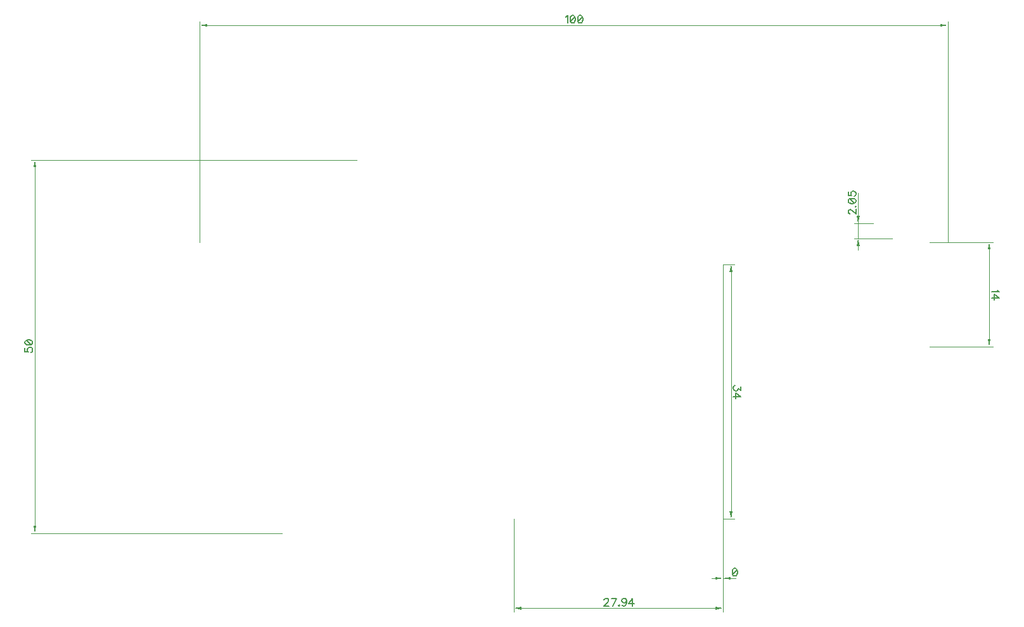
<source format=gbr>
G04 DipTrace 3.1.0.0*
G04 TopDimension.gbr*
%MOIN*%
G04 #@! TF.FileFunction,Drawing,Top*
G04 #@! TF.Part,Single*
%ADD13C,0.0015*%
%ADD133C,0.006176*%
%FSLAX26Y26*%
G04*
G70*
G90*
G75*
G01*
G04 TopDimension*
%LPD*%
X393701Y1929134D2*
D13*
Y3090551D1*
X4330709Y1929134D2*
Y3090551D1*
X2362205Y3070866D2*
X433071D1*
G36*
X393701D2*
X433071Y3078740D1*
Y3062992D1*
X393701Y3070866D1*
G37*
X2362205D2*
D13*
X4291339D1*
G36*
X4330709D2*
X4291339Y3062992D1*
Y3078740D1*
X4330709Y3070866D1*
G37*
X1220472Y2362205D2*
D13*
X-492126D1*
X826772Y393701D2*
X-492126D1*
X-472441Y1377953D2*
Y2322835D1*
G36*
Y2362205D2*
X-464567Y2322835D1*
X-480315D1*
X-472441Y2362205D1*
G37*
Y1377953D2*
D13*
Y433071D1*
G36*
Y393701D2*
X-480315Y433071D1*
X-464567D1*
X-472441Y393701D1*
G37*
X4232283Y1377953D2*
D13*
X4566929D1*
X4232283Y1929134D2*
X4566929D1*
X4547244Y1653543D2*
Y1417323D1*
G36*
Y1377953D2*
X4539370Y1417323D1*
X4555118D1*
X4547244Y1377953D1*
G37*
Y1653543D2*
D13*
Y1889764D1*
G36*
Y1929134D2*
X4555118Y1889764D1*
X4539370D1*
X4547244Y1929134D1*
G37*
X3147244Y1811024D2*
D13*
Y137795D1*
Y472441D2*
Y137795D1*
Y157480D2*
D3*
X3088189D2*
X3107874D1*
G36*
X3147244D2*
X3107874Y149606D1*
Y165354D1*
X3147244Y157480D1*
G37*
X3206299D2*
D13*
X3186614D1*
G36*
X3147244D2*
X3186614Y165354D1*
Y149606D1*
X3147244Y157480D1*
G37*
X3213409D2*
D13*
X3147244D1*
Y472441D2*
X3208661D1*
X3147244Y1811024D2*
X3208661D1*
X3188976Y1141732D2*
Y511811D1*
G36*
Y472441D2*
X3181102Y511811D1*
X3196850D1*
X3188976Y472441D1*
G37*
Y1141732D2*
D13*
Y1771654D1*
G36*
Y1811024D2*
X3196850Y1771654D1*
X3181102D1*
X3188976Y1811024D1*
G37*
X4036614Y1946850D2*
D13*
X3838583D1*
X3937008Y2027559D2*
X3838583D1*
X3858268D2*
Y1946850D1*
Y2086614D2*
Y2066929D1*
G36*
Y2027559D2*
X3850394Y2066929D1*
X3866142D1*
X3858268Y2027559D1*
G37*
Y1887795D2*
D13*
Y1907480D1*
G36*
Y1946850D2*
X3866142Y1907480D1*
X3850394D1*
X3858268Y1946850D1*
G37*
Y2188214D2*
D13*
Y2027559D1*
X2047244Y472441D2*
Y-19685D1*
X3147244Y472441D2*
Y-19685D1*
X2597244Y0D2*
X2086614D1*
G36*
X2047244D2*
X2086614Y7874D1*
Y-7874D1*
X2047244Y0D1*
G37*
X2597244D2*
D13*
X3107874D1*
G36*
X3147244D2*
X3107874Y-7874D1*
Y7874D1*
X3147244Y0D1*
G37*
X2321349Y3115575D2*
D133*
X2325196Y3117521D1*
X2330944Y3123225D1*
Y3083077D1*
X2354791Y3123225D2*
X2349043Y3121323D1*
X2345197Y3115575D1*
X2343295Y3106025D1*
Y3100277D1*
X2345197Y3090726D1*
X2349043Y3084978D1*
X2354791Y3083077D1*
X2358594D1*
X2364342Y3084978D1*
X2368144Y3090726D1*
X2370090Y3100277D1*
Y3106025D1*
X2368144Y3115575D1*
X2364342Y3121323D1*
X2358594Y3123225D1*
X2354791D1*
X2368144Y3115575D2*
X2345197Y3090726D1*
X2393937Y3123225D2*
X2388189Y3121323D1*
X2384343Y3115575D1*
X2382441Y3106025D1*
Y3100277D1*
X2384343Y3090726D1*
X2388189Y3084978D1*
X2393937Y3083077D1*
X2397740D1*
X2403488Y3084978D1*
X2407291Y3090726D1*
X2409236Y3100277D1*
Y3106025D1*
X2407291Y3115575D1*
X2403488Y3121323D1*
X2397740Y3123225D1*
X2393937D1*
X2407291Y3115575D2*
X2384343Y3090726D1*
X-524799Y1371018D2*
Y1351917D1*
X-507600Y1350016D1*
X-509501Y1351917D1*
X-511446Y1357665D1*
Y1363369D1*
X-509501Y1369117D1*
X-505698Y1372964D1*
X-499950Y1374865D1*
X-496148D1*
X-490400Y1372964D1*
X-486553Y1369117D1*
X-484652Y1363369D1*
Y1357665D1*
X-486553Y1351917D1*
X-488498Y1350016D1*
X-492301Y1348070D1*
X-524799Y1398712D2*
X-522898Y1392964D1*
X-517150Y1389118D1*
X-507600Y1387216D1*
X-501852D1*
X-492301Y1389118D1*
X-486553Y1392964D1*
X-484652Y1398712D1*
Y1402515D1*
X-486553Y1408263D1*
X-492301Y1412065D1*
X-501852Y1414011D1*
X-507600D1*
X-517150Y1412065D1*
X-522898Y1408263D1*
X-524799Y1402515D1*
Y1398712D1*
X-517150Y1412065D2*
X-492301Y1389118D1*
X4591953Y1675777D2*
X4593899Y1671930D1*
X4599603Y1666182D1*
X4559455D1*
Y1634685D2*
X4599603D1*
X4572852Y1653830D1*
Y1625134D1*
X3207374Y209839D2*
X3201626Y207938D1*
X3197779Y202190D1*
X3195878Y192639D1*
Y186891D1*
X3197779Y177340D1*
X3201626Y171592D1*
X3207374Y169691D1*
X3211176D1*
X3216924Y171592D1*
X3220727Y177340D1*
X3222672Y186891D1*
Y192639D1*
X3220727Y202190D1*
X3216924Y207938D1*
X3211176Y209839D1*
X3207374D1*
X3220727Y202190D2*
X3197779Y177340D1*
X3241335Y1168719D2*
Y1147716D1*
X3226036Y1159168D1*
Y1153420D1*
X3224135Y1149618D1*
X3222234Y1147716D1*
X3216486Y1145771D1*
X3212683D1*
X3206935Y1147716D1*
X3203088Y1151519D1*
X3201187Y1157267D1*
Y1163015D1*
X3203088Y1168719D1*
X3205034Y1170620D1*
X3208836Y1172565D1*
X3201187Y1114274D2*
X3241335D1*
X3214584Y1133419D1*
Y1104723D1*
X3815460Y2078138D2*
X3813558D1*
X3809712Y2080039D1*
X3807810Y2081941D1*
X3805909Y2085787D1*
Y2093437D1*
X3807810Y2097239D1*
X3809712Y2099141D1*
X3813558Y2101086D1*
X3817361D1*
X3821208Y2099141D1*
X3826912Y2095338D1*
X3846057Y2076193D1*
Y2102987D1*
X3842210Y2117240D2*
X3844156Y2115339D1*
X3846057Y2117240D1*
X3844156Y2119186D1*
X3842210Y2117240D1*
X3805909Y2143033D2*
X3807810Y2137285D1*
X3813558Y2133438D1*
X3823109Y2131537D1*
X3828857D1*
X3838408Y2133438D1*
X3844156Y2137285D1*
X3846057Y2143033D1*
Y2146836D1*
X3844156Y2152584D1*
X3838408Y2156386D1*
X3828857Y2158332D1*
X3823109D1*
X3813558Y2156386D1*
X3807810Y2152584D1*
X3805909Y2146836D1*
Y2143033D1*
X3813558Y2156386D2*
X3838408Y2133438D1*
X3805909Y2193631D2*
Y2174530D1*
X3823109Y2172628D1*
X3821208Y2174530D1*
X3819262Y2180278D1*
Y2185982D1*
X3821208Y2191730D1*
X3825010Y2195576D1*
X3830758Y2197478D1*
X3834561D1*
X3840309Y2195576D1*
X3844156Y2191730D1*
X3846057Y2185982D1*
Y2180278D1*
X3844156Y2174530D1*
X3842210Y2172628D1*
X3838408Y2170683D1*
X2522062Y42808D2*
Y44709D1*
X2523963Y48556D1*
X2525864Y50457D1*
X2529711Y52359D1*
X2537361D1*
X2541163Y50457D1*
X2543064Y48556D1*
X2545010Y44709D1*
Y40907D1*
X2543064Y37060D1*
X2539262Y31356D1*
X2520116Y12211D1*
X2546911D1*
X2566912D2*
X2586057Y52359D1*
X2559262D1*
X2600310Y16058D2*
X2598409Y14112D1*
X2600310Y12211D1*
X2602255Y14112D1*
X2600310Y16058D1*
X2639500Y39005D2*
X2637555Y33257D1*
X2633752Y29411D1*
X2628004Y27509D1*
X2626103D1*
X2620355Y29411D1*
X2616552Y33257D1*
X2614607Y39005D1*
Y40907D1*
X2616552Y46655D1*
X2620355Y50457D1*
X2626103Y52359D1*
X2628004D1*
X2633752Y50457D1*
X2637555Y46655D1*
X2639500Y39005D1*
Y29411D1*
X2637555Y19860D1*
X2633752Y14112D1*
X2628004Y12211D1*
X2624202D1*
X2618453Y14112D1*
X2616552Y17959D1*
X2670997Y12211D2*
Y52359D1*
X2651852Y25608D1*
X2680547D1*
M02*

</source>
